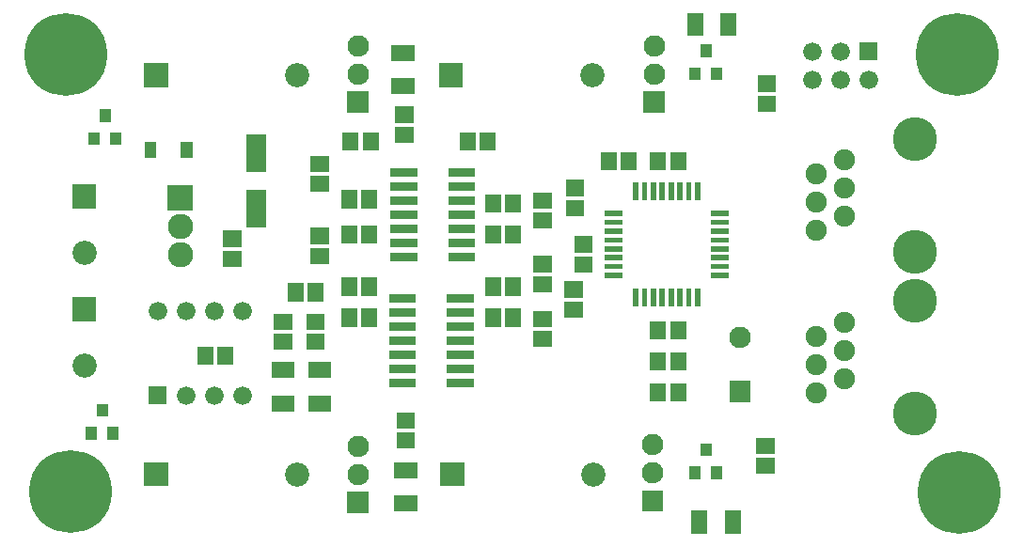
<source format=gbr>
G04 start of page 6 for group -4063 idx -4063 *
G04 Title: (unknown), componentmask *
G04 Creator: pcb 20110918 *
G04 CreationDate: Thu 28 Mar 2013 10:57:24 PM GMT UTC *
G04 For: railfan *
G04 Format: Gerber/RS-274X *
G04 PCB-Dimensions: 350000 190000 *
G04 PCB-Coordinate-Origin: lower left *
%MOIN*%
%FSLAX25Y25*%
%LNTOPMASK*%
%ADD81R,0.0187X0.0187*%
%ADD80R,0.0300X0.0300*%
%ADD79R,0.0420X0.0420*%
%ADD78R,0.0690X0.0690*%
%ADD77R,0.0400X0.0400*%
%ADD76R,0.0572X0.0572*%
%ADD75C,0.0900*%
%ADD74C,0.1560*%
%ADD73C,0.0750*%
%ADD72C,0.2937*%
%ADD71C,0.0760*%
%ADD70C,0.0660*%
%ADD69C,0.0860*%
%ADD68C,0.0001*%
G54D68*G36*
X44200Y28300D02*Y19700D01*
X52800D01*
Y28300D01*
X44200D01*
G37*
G54D69*X98500Y24000D03*
G54D68*G36*
X45700Y55300D02*Y48700D01*
X52300D01*
Y55300D01*
X45700D01*
G37*
G54D70*X59000Y52000D03*
X69000D03*
X79000D03*
G54D68*G36*
X220700Y18300D02*Y10700D01*
X228300D01*
Y18300D01*
X220700D01*
G37*
G54D71*X224500Y24500D03*
Y34500D03*
G54D68*G36*
X149200Y28300D02*Y19700D01*
X157800D01*
Y28300D01*
X149200D01*
G37*
G54D69*X203500Y24000D03*
G54D72*X18000Y18000D03*
G54D68*G36*
X116200Y17800D02*Y10200D01*
X123800D01*
Y17800D01*
X116200D01*
G37*
G54D71*X120000Y24000D03*
Y34000D03*
G54D73*X282500Y53000D03*
X292500Y58000D03*
Y68000D03*
G54D74*X317500Y45500D03*
G54D72*X333000Y17500D03*
G54D68*G36*
X297700Y177300D02*Y170700D01*
X304300D01*
Y177300D01*
X297700D01*
G37*
G54D70*X291000Y174000D03*
X281000D03*
X301000Y164000D03*
X291000D03*
X281000D03*
G54D68*G36*
X221200Y159800D02*Y152200D01*
X228800D01*
Y159800D01*
X221200D01*
G37*
G54D71*X225000Y166000D03*
Y176000D03*
G54D72*X332500Y173000D03*
G54D68*G36*
X148700Y169800D02*Y161200D01*
X157300D01*
Y169800D01*
X148700D01*
G37*
G54D69*X98500Y165500D03*
G54D68*G36*
X116200Y159800D02*Y152200D01*
X123800D01*
Y159800D01*
X116200D01*
G37*
G54D71*X120000Y166000D03*
Y176000D03*
G54D69*X203000Y165500D03*
G54D68*G36*
X18700Y126800D02*Y118200D01*
X27300D01*
Y126800D01*
X18700D01*
G37*
G54D69*X23000Y102500D03*
G54D68*G36*
X18700Y86800D02*Y78200D01*
X27300D01*
Y86800D01*
X18700D01*
G37*
G54D69*X23000Y62500D03*
G54D72*X16500Y173000D03*
G54D75*X57000Y102000D03*
Y112000D03*
G54D68*G36*
X52500Y126500D02*Y117500D01*
X61500D01*
Y126500D01*
X52500D01*
G37*
G36*
X44200Y169800D02*Y161200D01*
X52800D01*
Y169800D01*
X44200D01*
G37*
G54D70*X79000Y82000D03*
X69000D03*
X59000D03*
X49000D03*
G54D73*X282500Y63000D03*
Y73000D03*
X292500Y78000D03*
G54D74*X317500Y85500D03*
G54D68*G36*
X251700Y57194D02*Y49594D01*
X259300D01*
Y57194D01*
X251700D01*
G37*
G54D71*X255500Y72606D03*
G54D73*X282500Y110500D03*
X292500Y115500D03*
X282500Y120500D03*
X292500Y125500D03*
X282500Y130500D03*
X292500Y135500D03*
G54D74*X317500Y103000D03*
Y143000D03*
G54D76*X65957Y66393D02*Y65607D01*
G54D77*X25500Y38800D02*Y38200D01*
X33300Y38800D02*Y38200D01*
X29400Y47000D02*Y46400D01*
G54D76*X73043Y66393D02*Y65607D01*
G54D78*X84000Y121307D02*Y115008D01*
G54D76*X75107Y100457D02*X75893D01*
X124043Y90893D02*Y90107D01*
X116957Y90893D02*Y90107D01*
X106107Y101457D02*X106893D01*
X75107Y107543D02*X75893D01*
X106107Y108543D02*X106893D01*
X124043Y109393D02*Y108607D01*
X116957Y109393D02*Y108607D01*
X106107Y134043D02*X106893D01*
X106107Y126957D02*X106893D01*
X124543Y142393D02*Y141607D01*
X117457Y142393D02*Y141607D01*
X124043Y121893D02*Y121107D01*
X116957Y121893D02*Y121107D01*
G54D79*X59400Y139600D02*Y138400D01*
X46500Y139600D02*Y138400D01*
G54D77*X26500Y143300D02*Y142700D01*
X34300Y143300D02*Y142700D01*
G54D78*X84000Y140992D02*Y134693D01*
G54D77*X30400Y151500D02*Y150900D01*
G54D80*X132500Y86500D02*X139000D01*
X132500Y81500D02*X139000D01*
X132500Y76500D02*X139000D01*
X132500Y71500D02*X139000D01*
G54D76*X124043Y79893D02*Y79107D01*
X116957Y79893D02*Y79107D01*
G54D80*X132500Y66500D02*X139000D01*
G54D76*X135819Y13595D02*X138181D01*
X135819Y25405D02*X138181D01*
X136607Y35957D02*X137393D01*
X136607Y43043D02*X137393D01*
G54D80*X132500Y61500D02*X139000D01*
G54D76*X105319Y60905D02*X107681D01*
X92319D02*X94681D01*
G54D80*X132500Y56500D02*X139000D01*
G54D76*X105319Y49095D02*X107681D01*
X92319D02*X94681D01*
G54D80*X153000Y71500D02*X159500D01*
X153000Y76500D02*X159500D01*
X153000Y81500D02*X159500D01*
X153000Y86500D02*X159500D01*
G54D76*X105043Y88893D02*Y88107D01*
X97957Y88893D02*Y88107D01*
X93107Y70957D02*X93893D01*
X93107Y78043D02*X93893D01*
X104607Y70957D02*X105393D01*
X104607Y78043D02*X105393D01*
G54D80*X153000Y56500D02*X159500D01*
X153000Y61500D02*X159500D01*
X153000Y66500D02*X159500D01*
G54D76*X196107Y89543D02*X196893D01*
X196107Y82457D02*X196893D01*
X199607Y105543D02*X200393D01*
X199607Y98457D02*X200393D01*
X185107Y91457D02*X185893D01*
X167957Y90893D02*Y90107D01*
X175043Y90893D02*Y90107D01*
X185107Y71957D02*X185893D01*
X185107Y79043D02*X185893D01*
X185107Y98543D02*X185893D01*
X175043Y109393D02*Y108607D01*
X185107Y113957D02*X185893D01*
X185107Y121043D02*X185893D01*
X167957Y109393D02*Y108607D01*
G54D80*X153500Y101000D02*X160000D01*
X153500Y106000D02*X160000D01*
G54D77*X239500Y166300D02*Y165700D01*
G54D76*X134819Y161595D02*X137181D01*
G54D77*X243400Y174500D02*Y173900D01*
G54D76*X134819Y173405D02*X137181D01*
X239595Y184681D02*Y182319D01*
X251405Y184681D02*Y182319D01*
G54D80*X133000Y131000D02*X139500D01*
X133000Y126000D02*X139500D01*
X133000Y121000D02*X139500D01*
X133000Y116000D02*X139500D01*
X133000Y111000D02*X139500D01*
X133000Y106000D02*X139500D01*
X133000Y101000D02*X139500D01*
G54D76*X136107Y151543D02*X136893D01*
X136107Y144457D02*X136893D01*
G54D80*X153500Y111000D02*X160000D01*
X153500Y116000D02*X160000D01*
X153500Y121000D02*X160000D01*
X153500Y126000D02*X160000D01*
G54D76*X167957Y120393D02*Y119607D01*
G54D80*X153500Y131000D02*X160000D01*
G54D76*X166043Y142393D02*Y141607D01*
X158957Y142393D02*Y141607D01*
X175043Y120393D02*Y119607D01*
X196607Y118457D02*X197393D01*
X196607Y125543D02*X197393D01*
X167957Y79893D02*Y79107D01*
X175043Y79893D02*Y79107D01*
G54D81*X218477Y88934D02*Y84508D01*
X221626Y88934D02*Y84508D01*
X224776Y88934D02*Y84508D01*
X227925Y88934D02*Y84508D01*
X231075Y88934D02*Y84508D01*
X234225Y88934D02*Y84508D01*
X237374Y88934D02*Y84508D01*
X240524Y88934D02*Y84508D01*
X246066Y94477D02*X250492D01*
X246066Y97626D02*X250492D01*
X246066Y100776D02*X250492D01*
X246066Y103925D02*X250492D01*
X246066Y107075D02*X250492D01*
X246066Y110225D02*X250492D01*
X246066Y113374D02*X250492D01*
G54D76*X264607Y162543D02*X265393D01*
X264607Y155457D02*X265393D01*
G54D77*X247300Y166300D02*Y165700D01*
G54D76*X208957Y135393D02*Y134607D01*
X216043Y135393D02*Y134607D01*
X233543Y135393D02*Y134607D01*
X226457Y135393D02*Y134607D01*
G54D81*X240523Y126492D02*Y122066D01*
X237374Y126492D02*Y122066D01*
X234224Y126492D02*Y122066D01*
X231075Y126492D02*Y122066D01*
X227925Y126492D02*Y122066D01*
X224775Y126492D02*Y122066D01*
X221626Y126492D02*Y122066D01*
X246066Y116524D02*X250492D01*
X218476Y126492D02*Y122066D01*
X208508Y116523D02*X212934D01*
X208508Y113374D02*X212934D01*
X208508Y110224D02*X212934D01*
X208508Y107075D02*X212934D01*
X208508Y103925D02*X212934D01*
X208508Y100775D02*X212934D01*
X208508Y97626D02*X212934D01*
X208508Y94476D02*X212934D01*
G54D76*X233543Y75393D02*Y74607D01*
Y64393D02*Y63607D01*
X226457Y75393D02*Y74607D01*
Y53393D02*Y52607D01*
Y64393D02*Y63607D01*
X241095Y8181D02*Y5819D01*
X252905Y8181D02*Y5819D01*
X264107Y26957D02*X264893D01*
X264107Y34043D02*X264893D01*
G54D77*X239500Y24800D02*Y24200D01*
X247300Y24800D02*Y24200D01*
X243400Y33000D02*Y32400D01*
G54D76*X233543Y53393D02*Y52607D01*
M02*

</source>
